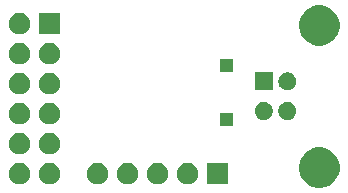
<source format=gbr>
G04 #@! TF.GenerationSoftware,KiCad,Pcbnew,5.1.6-c6e7f7d~86~ubuntu18.04.1*
G04 #@! TF.CreationDate,2021-05-10T21:05:39-07:00*
G04 #@! TF.ProjectId,usb_dev_pmod,7573625f-6465-4765-9f70-6d6f642e6b69,rev?*
G04 #@! TF.SameCoordinates,Original*
G04 #@! TF.FileFunction,Soldermask,Bot*
G04 #@! TF.FilePolarity,Negative*
%FSLAX46Y46*%
G04 Gerber Fmt 4.6, Leading zero omitted, Abs format (unit mm)*
G04 Created by KiCad (PCBNEW 5.1.6-c6e7f7d~86~ubuntu18.04.1) date 2021-05-10 21:05:39*
%MOMM*%
%LPD*%
G01*
G04 APERTURE LIST*
%ADD10C,0.100000*%
G04 APERTURE END LIST*
D10*
G36*
X109700496Y-81668675D02*
G01*
X110011513Y-81797503D01*
X110011515Y-81797504D01*
X110291424Y-81984533D01*
X110529467Y-82222576D01*
X110716496Y-82502485D01*
X110716497Y-82502487D01*
X110845325Y-82813504D01*
X110911000Y-83143677D01*
X110911000Y-83480323D01*
X110845325Y-83810496D01*
X110716497Y-84121513D01*
X110716496Y-84121515D01*
X110529467Y-84401424D01*
X110291424Y-84639467D01*
X110011515Y-84826496D01*
X110011514Y-84826497D01*
X110011513Y-84826497D01*
X109700496Y-84955325D01*
X109370323Y-85021000D01*
X109033677Y-85021000D01*
X108703504Y-84955325D01*
X108392487Y-84826497D01*
X108392486Y-84826497D01*
X108392485Y-84826496D01*
X108112576Y-84639467D01*
X107874533Y-84401424D01*
X107687504Y-84121515D01*
X107687503Y-84121513D01*
X107558675Y-83810496D01*
X107493000Y-83480323D01*
X107493000Y-83143677D01*
X107558675Y-82813504D01*
X107687503Y-82502487D01*
X107687504Y-82502485D01*
X107874533Y-82222576D01*
X108112576Y-81984533D01*
X108392485Y-81797504D01*
X108392487Y-81797503D01*
X108703504Y-81668675D01*
X109033677Y-81603000D01*
X109370323Y-81603000D01*
X109700496Y-81668675D01*
G37*
G36*
X101485000Y-84721000D02*
G01*
X99683000Y-84721000D01*
X99683000Y-82919000D01*
X101485000Y-82919000D01*
X101485000Y-84721000D01*
G37*
G36*
X90537512Y-82923927D02*
G01*
X90686812Y-82953624D01*
X90850784Y-83021544D01*
X90998354Y-83120147D01*
X91123853Y-83245646D01*
X91222456Y-83393216D01*
X91290376Y-83557188D01*
X91325000Y-83731259D01*
X91325000Y-83908741D01*
X91290376Y-84082812D01*
X91222456Y-84246784D01*
X91123853Y-84394354D01*
X90998354Y-84519853D01*
X90850784Y-84618456D01*
X90686812Y-84686376D01*
X90537512Y-84716073D01*
X90512742Y-84721000D01*
X90335258Y-84721000D01*
X90310488Y-84716073D01*
X90161188Y-84686376D01*
X89997216Y-84618456D01*
X89849646Y-84519853D01*
X89724147Y-84394354D01*
X89625544Y-84246784D01*
X89557624Y-84082812D01*
X89523000Y-83908741D01*
X89523000Y-83731259D01*
X89557624Y-83557188D01*
X89625544Y-83393216D01*
X89724147Y-83245646D01*
X89849646Y-83120147D01*
X89997216Y-83021544D01*
X90161188Y-82953624D01*
X90310488Y-82923927D01*
X90335258Y-82919000D01*
X90512742Y-82919000D01*
X90537512Y-82923927D01*
G37*
G36*
X93077512Y-82923927D02*
G01*
X93226812Y-82953624D01*
X93390784Y-83021544D01*
X93538354Y-83120147D01*
X93663853Y-83245646D01*
X93762456Y-83393216D01*
X93830376Y-83557188D01*
X93865000Y-83731259D01*
X93865000Y-83908741D01*
X93830376Y-84082812D01*
X93762456Y-84246784D01*
X93663853Y-84394354D01*
X93538354Y-84519853D01*
X93390784Y-84618456D01*
X93226812Y-84686376D01*
X93077512Y-84716073D01*
X93052742Y-84721000D01*
X92875258Y-84721000D01*
X92850488Y-84716073D01*
X92701188Y-84686376D01*
X92537216Y-84618456D01*
X92389646Y-84519853D01*
X92264147Y-84394354D01*
X92165544Y-84246784D01*
X92097624Y-84082812D01*
X92063000Y-83908741D01*
X92063000Y-83731259D01*
X92097624Y-83557188D01*
X92165544Y-83393216D01*
X92264147Y-83245646D01*
X92389646Y-83120147D01*
X92537216Y-83021544D01*
X92701188Y-82953624D01*
X92850488Y-82923927D01*
X92875258Y-82919000D01*
X93052742Y-82919000D01*
X93077512Y-82923927D01*
G37*
G36*
X95617512Y-82923927D02*
G01*
X95766812Y-82953624D01*
X95930784Y-83021544D01*
X96078354Y-83120147D01*
X96203853Y-83245646D01*
X96302456Y-83393216D01*
X96370376Y-83557188D01*
X96405000Y-83731259D01*
X96405000Y-83908741D01*
X96370376Y-84082812D01*
X96302456Y-84246784D01*
X96203853Y-84394354D01*
X96078354Y-84519853D01*
X95930784Y-84618456D01*
X95766812Y-84686376D01*
X95617512Y-84716073D01*
X95592742Y-84721000D01*
X95415258Y-84721000D01*
X95390488Y-84716073D01*
X95241188Y-84686376D01*
X95077216Y-84618456D01*
X94929646Y-84519853D01*
X94804147Y-84394354D01*
X94705544Y-84246784D01*
X94637624Y-84082812D01*
X94603000Y-83908741D01*
X94603000Y-83731259D01*
X94637624Y-83557188D01*
X94705544Y-83393216D01*
X94804147Y-83245646D01*
X94929646Y-83120147D01*
X95077216Y-83021544D01*
X95241188Y-82953624D01*
X95390488Y-82923927D01*
X95415258Y-82919000D01*
X95592742Y-82919000D01*
X95617512Y-82923927D01*
G37*
G36*
X98157512Y-82923927D02*
G01*
X98306812Y-82953624D01*
X98470784Y-83021544D01*
X98618354Y-83120147D01*
X98743853Y-83245646D01*
X98842456Y-83393216D01*
X98910376Y-83557188D01*
X98945000Y-83731259D01*
X98945000Y-83908741D01*
X98910376Y-84082812D01*
X98842456Y-84246784D01*
X98743853Y-84394354D01*
X98618354Y-84519853D01*
X98470784Y-84618456D01*
X98306812Y-84686376D01*
X98157512Y-84716073D01*
X98132742Y-84721000D01*
X97955258Y-84721000D01*
X97930488Y-84716073D01*
X97781188Y-84686376D01*
X97617216Y-84618456D01*
X97469646Y-84519853D01*
X97344147Y-84394354D01*
X97245544Y-84246784D01*
X97177624Y-84082812D01*
X97143000Y-83908741D01*
X97143000Y-83731259D01*
X97177624Y-83557188D01*
X97245544Y-83393216D01*
X97344147Y-83245646D01*
X97469646Y-83120147D01*
X97617216Y-83021544D01*
X97781188Y-82953624D01*
X97930488Y-82923927D01*
X97955258Y-82919000D01*
X98132742Y-82919000D01*
X98157512Y-82923927D01*
G37*
G36*
X83933512Y-82923927D02*
G01*
X84082812Y-82953624D01*
X84246784Y-83021544D01*
X84394354Y-83120147D01*
X84519853Y-83245646D01*
X84618456Y-83393216D01*
X84686376Y-83557188D01*
X84721000Y-83731259D01*
X84721000Y-83908741D01*
X84686376Y-84082812D01*
X84618456Y-84246784D01*
X84519853Y-84394354D01*
X84394354Y-84519853D01*
X84246784Y-84618456D01*
X84082812Y-84686376D01*
X83933512Y-84716073D01*
X83908742Y-84721000D01*
X83731258Y-84721000D01*
X83706488Y-84716073D01*
X83557188Y-84686376D01*
X83393216Y-84618456D01*
X83245646Y-84519853D01*
X83120147Y-84394354D01*
X83021544Y-84246784D01*
X82953624Y-84082812D01*
X82919000Y-83908741D01*
X82919000Y-83731259D01*
X82953624Y-83557188D01*
X83021544Y-83393216D01*
X83120147Y-83245646D01*
X83245646Y-83120147D01*
X83393216Y-83021544D01*
X83557188Y-82953624D01*
X83706488Y-82923927D01*
X83731258Y-82919000D01*
X83908742Y-82919000D01*
X83933512Y-82923927D01*
G37*
G36*
X86473512Y-82923927D02*
G01*
X86622812Y-82953624D01*
X86786784Y-83021544D01*
X86934354Y-83120147D01*
X87059853Y-83245646D01*
X87158456Y-83393216D01*
X87226376Y-83557188D01*
X87261000Y-83731259D01*
X87261000Y-83908741D01*
X87226376Y-84082812D01*
X87158456Y-84246784D01*
X87059853Y-84394354D01*
X86934354Y-84519853D01*
X86786784Y-84618456D01*
X86622812Y-84686376D01*
X86473512Y-84716073D01*
X86448742Y-84721000D01*
X86271258Y-84721000D01*
X86246488Y-84716073D01*
X86097188Y-84686376D01*
X85933216Y-84618456D01*
X85785646Y-84519853D01*
X85660147Y-84394354D01*
X85561544Y-84246784D01*
X85493624Y-84082812D01*
X85459000Y-83908741D01*
X85459000Y-83731259D01*
X85493624Y-83557188D01*
X85561544Y-83393216D01*
X85660147Y-83245646D01*
X85785646Y-83120147D01*
X85933216Y-83021544D01*
X86097188Y-82953624D01*
X86246488Y-82923927D01*
X86271258Y-82919000D01*
X86448742Y-82919000D01*
X86473512Y-82923927D01*
G37*
G36*
X86473512Y-80383927D02*
G01*
X86622812Y-80413624D01*
X86786784Y-80481544D01*
X86934354Y-80580147D01*
X87059853Y-80705646D01*
X87158456Y-80853216D01*
X87226376Y-81017188D01*
X87261000Y-81191259D01*
X87261000Y-81368741D01*
X87226376Y-81542812D01*
X87158456Y-81706784D01*
X87059853Y-81854354D01*
X86934354Y-81979853D01*
X86786784Y-82078456D01*
X86622812Y-82146376D01*
X86473512Y-82176073D01*
X86448742Y-82181000D01*
X86271258Y-82181000D01*
X86246488Y-82176073D01*
X86097188Y-82146376D01*
X85933216Y-82078456D01*
X85785646Y-81979853D01*
X85660147Y-81854354D01*
X85561544Y-81706784D01*
X85493624Y-81542812D01*
X85459000Y-81368741D01*
X85459000Y-81191259D01*
X85493624Y-81017188D01*
X85561544Y-80853216D01*
X85660147Y-80705646D01*
X85785646Y-80580147D01*
X85933216Y-80481544D01*
X86097188Y-80413624D01*
X86246488Y-80383927D01*
X86271258Y-80379000D01*
X86448742Y-80379000D01*
X86473512Y-80383927D01*
G37*
G36*
X83933512Y-80383927D02*
G01*
X84082812Y-80413624D01*
X84246784Y-80481544D01*
X84394354Y-80580147D01*
X84519853Y-80705646D01*
X84618456Y-80853216D01*
X84686376Y-81017188D01*
X84721000Y-81191259D01*
X84721000Y-81368741D01*
X84686376Y-81542812D01*
X84618456Y-81706784D01*
X84519853Y-81854354D01*
X84394354Y-81979853D01*
X84246784Y-82078456D01*
X84082812Y-82146376D01*
X83933512Y-82176073D01*
X83908742Y-82181000D01*
X83731258Y-82181000D01*
X83706488Y-82176073D01*
X83557188Y-82146376D01*
X83393216Y-82078456D01*
X83245646Y-81979853D01*
X83120147Y-81854354D01*
X83021544Y-81706784D01*
X82953624Y-81542812D01*
X82919000Y-81368741D01*
X82919000Y-81191259D01*
X82953624Y-81017188D01*
X83021544Y-80853216D01*
X83120147Y-80705646D01*
X83245646Y-80580147D01*
X83393216Y-80481544D01*
X83557188Y-80413624D01*
X83706488Y-80383927D01*
X83731258Y-80379000D01*
X83908742Y-80379000D01*
X83933512Y-80383927D01*
G37*
G36*
X101897000Y-79799000D02*
G01*
X100795000Y-79799000D01*
X100795000Y-78697000D01*
X101897000Y-78697000D01*
X101897000Y-79799000D01*
G37*
G36*
X83933512Y-77843927D02*
G01*
X84082812Y-77873624D01*
X84246784Y-77941544D01*
X84394354Y-78040147D01*
X84519853Y-78165646D01*
X84618456Y-78313216D01*
X84686376Y-78477188D01*
X84721000Y-78651259D01*
X84721000Y-78828741D01*
X84686376Y-79002812D01*
X84618456Y-79166784D01*
X84519853Y-79314354D01*
X84394354Y-79439853D01*
X84246784Y-79538456D01*
X84082812Y-79606376D01*
X83933512Y-79636073D01*
X83908742Y-79641000D01*
X83731258Y-79641000D01*
X83706488Y-79636073D01*
X83557188Y-79606376D01*
X83393216Y-79538456D01*
X83245646Y-79439853D01*
X83120147Y-79314354D01*
X83021544Y-79166784D01*
X82953624Y-79002812D01*
X82919000Y-78828741D01*
X82919000Y-78651259D01*
X82953624Y-78477188D01*
X83021544Y-78313216D01*
X83120147Y-78165646D01*
X83245646Y-78040147D01*
X83393216Y-77941544D01*
X83557188Y-77873624D01*
X83706488Y-77843927D01*
X83731258Y-77839000D01*
X83908742Y-77839000D01*
X83933512Y-77843927D01*
G37*
G36*
X86473512Y-77843927D02*
G01*
X86622812Y-77873624D01*
X86786784Y-77941544D01*
X86934354Y-78040147D01*
X87059853Y-78165646D01*
X87158456Y-78313216D01*
X87226376Y-78477188D01*
X87261000Y-78651259D01*
X87261000Y-78828741D01*
X87226376Y-79002812D01*
X87158456Y-79166784D01*
X87059853Y-79314354D01*
X86934354Y-79439853D01*
X86786784Y-79538456D01*
X86622812Y-79606376D01*
X86473512Y-79636073D01*
X86448742Y-79641000D01*
X86271258Y-79641000D01*
X86246488Y-79636073D01*
X86097188Y-79606376D01*
X85933216Y-79538456D01*
X85785646Y-79439853D01*
X85660147Y-79314354D01*
X85561544Y-79166784D01*
X85493624Y-79002812D01*
X85459000Y-78828741D01*
X85459000Y-78651259D01*
X85493624Y-78477188D01*
X85561544Y-78313216D01*
X85660147Y-78165646D01*
X85785646Y-78040147D01*
X85933216Y-77941544D01*
X86097188Y-77873624D01*
X86246488Y-77843927D01*
X86271258Y-77839000D01*
X86448742Y-77839000D01*
X86473512Y-77843927D01*
G37*
G36*
X106641244Y-77751699D02*
G01*
X106715142Y-77766398D01*
X106854364Y-77824065D01*
X106979659Y-77907785D01*
X107086215Y-78014341D01*
X107169935Y-78139636D01*
X107227602Y-78278858D01*
X107257000Y-78426654D01*
X107257000Y-78577346D01*
X107227602Y-78725142D01*
X107169935Y-78864364D01*
X107086215Y-78989659D01*
X106979659Y-79096215D01*
X106854364Y-79179935D01*
X106715142Y-79237602D01*
X106641244Y-79252301D01*
X106567347Y-79267000D01*
X106416653Y-79267000D01*
X106342756Y-79252301D01*
X106268858Y-79237602D01*
X106129636Y-79179935D01*
X106004341Y-79096215D01*
X105897785Y-78989659D01*
X105814065Y-78864364D01*
X105756398Y-78725142D01*
X105727000Y-78577346D01*
X105727000Y-78426654D01*
X105756398Y-78278858D01*
X105814065Y-78139636D01*
X105897785Y-78014341D01*
X106004341Y-77907785D01*
X106129636Y-77824065D01*
X106268858Y-77766398D01*
X106342756Y-77751699D01*
X106416653Y-77737000D01*
X106567347Y-77737000D01*
X106641244Y-77751699D01*
G37*
G36*
X104641244Y-77751699D02*
G01*
X104715142Y-77766398D01*
X104854364Y-77824065D01*
X104979659Y-77907785D01*
X105086215Y-78014341D01*
X105169935Y-78139636D01*
X105227602Y-78278858D01*
X105257000Y-78426654D01*
X105257000Y-78577346D01*
X105227602Y-78725142D01*
X105169935Y-78864364D01*
X105086215Y-78989659D01*
X104979659Y-79096215D01*
X104854364Y-79179935D01*
X104715142Y-79237602D01*
X104641244Y-79252301D01*
X104567347Y-79267000D01*
X104416653Y-79267000D01*
X104342756Y-79252301D01*
X104268858Y-79237602D01*
X104129636Y-79179935D01*
X104004341Y-79096215D01*
X103897785Y-78989659D01*
X103814065Y-78864364D01*
X103756398Y-78725142D01*
X103727000Y-78577346D01*
X103727000Y-78426654D01*
X103756398Y-78278858D01*
X103814065Y-78139636D01*
X103897785Y-78014341D01*
X104004341Y-77907785D01*
X104129636Y-77824065D01*
X104268858Y-77766398D01*
X104342756Y-77751699D01*
X104416653Y-77737000D01*
X104567347Y-77737000D01*
X104641244Y-77751699D01*
G37*
G36*
X83933512Y-75303927D02*
G01*
X84082812Y-75333624D01*
X84246784Y-75401544D01*
X84394354Y-75500147D01*
X84519853Y-75625646D01*
X84618456Y-75773216D01*
X84686376Y-75937188D01*
X84721000Y-76111259D01*
X84721000Y-76288741D01*
X84686376Y-76462812D01*
X84618456Y-76626784D01*
X84519853Y-76774354D01*
X84394354Y-76899853D01*
X84246784Y-76998456D01*
X84082812Y-77066376D01*
X83933512Y-77096073D01*
X83908742Y-77101000D01*
X83731258Y-77101000D01*
X83706488Y-77096073D01*
X83557188Y-77066376D01*
X83393216Y-76998456D01*
X83245646Y-76899853D01*
X83120147Y-76774354D01*
X83021544Y-76626784D01*
X82953624Y-76462812D01*
X82919000Y-76288741D01*
X82919000Y-76111259D01*
X82953624Y-75937188D01*
X83021544Y-75773216D01*
X83120147Y-75625646D01*
X83245646Y-75500147D01*
X83393216Y-75401544D01*
X83557188Y-75333624D01*
X83706488Y-75303927D01*
X83731258Y-75299000D01*
X83908742Y-75299000D01*
X83933512Y-75303927D01*
G37*
G36*
X86473512Y-75303927D02*
G01*
X86622812Y-75333624D01*
X86786784Y-75401544D01*
X86934354Y-75500147D01*
X87059853Y-75625646D01*
X87158456Y-75773216D01*
X87226376Y-75937188D01*
X87261000Y-76111259D01*
X87261000Y-76288741D01*
X87226376Y-76462812D01*
X87158456Y-76626784D01*
X87059853Y-76774354D01*
X86934354Y-76899853D01*
X86786784Y-76998456D01*
X86622812Y-77066376D01*
X86473512Y-77096073D01*
X86448742Y-77101000D01*
X86271258Y-77101000D01*
X86246488Y-77096073D01*
X86097188Y-77066376D01*
X85933216Y-76998456D01*
X85785646Y-76899853D01*
X85660147Y-76774354D01*
X85561544Y-76626784D01*
X85493624Y-76462812D01*
X85459000Y-76288741D01*
X85459000Y-76111259D01*
X85493624Y-75937188D01*
X85561544Y-75773216D01*
X85660147Y-75625646D01*
X85785646Y-75500147D01*
X85933216Y-75401544D01*
X86097188Y-75333624D01*
X86246488Y-75303927D01*
X86271258Y-75299000D01*
X86448742Y-75299000D01*
X86473512Y-75303927D01*
G37*
G36*
X105257000Y-76767000D02*
G01*
X103727000Y-76767000D01*
X103727000Y-75237000D01*
X105257000Y-75237000D01*
X105257000Y-76767000D01*
G37*
G36*
X106641244Y-75251699D02*
G01*
X106715142Y-75266398D01*
X106854364Y-75324065D01*
X106979659Y-75407785D01*
X107086215Y-75514341D01*
X107169935Y-75639636D01*
X107227602Y-75778858D01*
X107257000Y-75926654D01*
X107257000Y-76077346D01*
X107227602Y-76225142D01*
X107169935Y-76364364D01*
X107086215Y-76489659D01*
X106979659Y-76596215D01*
X106854364Y-76679935D01*
X106715142Y-76737602D01*
X106641244Y-76752301D01*
X106567347Y-76767000D01*
X106416653Y-76767000D01*
X106342756Y-76752301D01*
X106268858Y-76737602D01*
X106129636Y-76679935D01*
X106004341Y-76596215D01*
X105897785Y-76489659D01*
X105814065Y-76364364D01*
X105756398Y-76225142D01*
X105727000Y-76077346D01*
X105727000Y-75926654D01*
X105756398Y-75778858D01*
X105814065Y-75639636D01*
X105897785Y-75514341D01*
X106004341Y-75407785D01*
X106129636Y-75324065D01*
X106268858Y-75266398D01*
X106342756Y-75251699D01*
X106416653Y-75237000D01*
X106567347Y-75237000D01*
X106641244Y-75251699D01*
G37*
G36*
X101897000Y-75227000D02*
G01*
X100795000Y-75227000D01*
X100795000Y-74125000D01*
X101897000Y-74125000D01*
X101897000Y-75227000D01*
G37*
G36*
X86473512Y-72763927D02*
G01*
X86622812Y-72793624D01*
X86786784Y-72861544D01*
X86934354Y-72960147D01*
X87059853Y-73085646D01*
X87158456Y-73233216D01*
X87226376Y-73397188D01*
X87261000Y-73571259D01*
X87261000Y-73748741D01*
X87226376Y-73922812D01*
X87158456Y-74086784D01*
X87059853Y-74234354D01*
X86934354Y-74359853D01*
X86786784Y-74458456D01*
X86622812Y-74526376D01*
X86473512Y-74556073D01*
X86448742Y-74561000D01*
X86271258Y-74561000D01*
X86246488Y-74556073D01*
X86097188Y-74526376D01*
X85933216Y-74458456D01*
X85785646Y-74359853D01*
X85660147Y-74234354D01*
X85561544Y-74086784D01*
X85493624Y-73922812D01*
X85459000Y-73748741D01*
X85459000Y-73571259D01*
X85493624Y-73397188D01*
X85561544Y-73233216D01*
X85660147Y-73085646D01*
X85785646Y-72960147D01*
X85933216Y-72861544D01*
X86097188Y-72793624D01*
X86246488Y-72763927D01*
X86271258Y-72759000D01*
X86448742Y-72759000D01*
X86473512Y-72763927D01*
G37*
G36*
X83933512Y-72763927D02*
G01*
X84082812Y-72793624D01*
X84246784Y-72861544D01*
X84394354Y-72960147D01*
X84519853Y-73085646D01*
X84618456Y-73233216D01*
X84686376Y-73397188D01*
X84721000Y-73571259D01*
X84721000Y-73748741D01*
X84686376Y-73922812D01*
X84618456Y-74086784D01*
X84519853Y-74234354D01*
X84394354Y-74359853D01*
X84246784Y-74458456D01*
X84082812Y-74526376D01*
X83933512Y-74556073D01*
X83908742Y-74561000D01*
X83731258Y-74561000D01*
X83706488Y-74556073D01*
X83557188Y-74526376D01*
X83393216Y-74458456D01*
X83245646Y-74359853D01*
X83120147Y-74234354D01*
X83021544Y-74086784D01*
X82953624Y-73922812D01*
X82919000Y-73748741D01*
X82919000Y-73571259D01*
X82953624Y-73397188D01*
X83021544Y-73233216D01*
X83120147Y-73085646D01*
X83245646Y-72960147D01*
X83393216Y-72861544D01*
X83557188Y-72793624D01*
X83706488Y-72763927D01*
X83731258Y-72759000D01*
X83908742Y-72759000D01*
X83933512Y-72763927D01*
G37*
G36*
X109700496Y-69628675D02*
G01*
X110011513Y-69757503D01*
X110011515Y-69757504D01*
X110291424Y-69944533D01*
X110529467Y-70182576D01*
X110688207Y-70420148D01*
X110716497Y-70462487D01*
X110845325Y-70773504D01*
X110911000Y-71103677D01*
X110911000Y-71440323D01*
X110845325Y-71770496D01*
X110755904Y-71986376D01*
X110716496Y-72081515D01*
X110529467Y-72361424D01*
X110291424Y-72599467D01*
X110011515Y-72786496D01*
X110011514Y-72786497D01*
X110011513Y-72786497D01*
X109700496Y-72915325D01*
X109370323Y-72981000D01*
X109033677Y-72981000D01*
X108703504Y-72915325D01*
X108392487Y-72786497D01*
X108392486Y-72786497D01*
X108392485Y-72786496D01*
X108112576Y-72599467D01*
X107874533Y-72361424D01*
X107687504Y-72081515D01*
X107648096Y-71986376D01*
X107558675Y-71770496D01*
X107493000Y-71440323D01*
X107493000Y-71103677D01*
X107558675Y-70773504D01*
X107687503Y-70462487D01*
X107715793Y-70420148D01*
X107874533Y-70182576D01*
X108112576Y-69944533D01*
X108392485Y-69757504D01*
X108392487Y-69757503D01*
X108703504Y-69628675D01*
X109033677Y-69563000D01*
X109370323Y-69563000D01*
X109700496Y-69628675D01*
G37*
G36*
X83933512Y-70223927D02*
G01*
X84082812Y-70253624D01*
X84246784Y-70321544D01*
X84394354Y-70420147D01*
X84519853Y-70545646D01*
X84618456Y-70693216D01*
X84686376Y-70857188D01*
X84721000Y-71031259D01*
X84721000Y-71208741D01*
X84686376Y-71382812D01*
X84618456Y-71546784D01*
X84519853Y-71694354D01*
X84394354Y-71819853D01*
X84246784Y-71918456D01*
X84082812Y-71986376D01*
X83933512Y-72016073D01*
X83908742Y-72021000D01*
X83731258Y-72021000D01*
X83706488Y-72016073D01*
X83557188Y-71986376D01*
X83393216Y-71918456D01*
X83245646Y-71819853D01*
X83120147Y-71694354D01*
X83021544Y-71546784D01*
X82953624Y-71382812D01*
X82919000Y-71208741D01*
X82919000Y-71031259D01*
X82953624Y-70857188D01*
X83021544Y-70693216D01*
X83120147Y-70545646D01*
X83245646Y-70420147D01*
X83393216Y-70321544D01*
X83557188Y-70253624D01*
X83706488Y-70223927D01*
X83731258Y-70219000D01*
X83908742Y-70219000D01*
X83933512Y-70223927D01*
G37*
G36*
X87261000Y-72021000D02*
G01*
X85459000Y-72021000D01*
X85459000Y-70219000D01*
X87261000Y-70219000D01*
X87261000Y-72021000D01*
G37*
M02*

</source>
